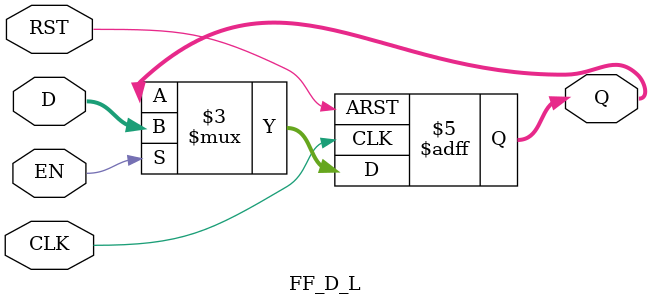
<source format=v>
`timescale 1ns / 1ps


module FF_D_L	#(parameter P = 32) //REGISTRO DE 32 BITS
(
input wire CLK, //RELOJ DEL SISTEMA
input wire RST, //RESET
input wire EN, //ENABLE
input wire [P-1:0] D, //ENTRADA
output reg [P-1:0] Q //SALIDA
);

always @(posedge CLK, posedge RST)
begin
    if(RST)
        Q <= 0;
    else if(EN)
        Q <= D;
    else
        Q <= Q;
end

endmodule

</source>
